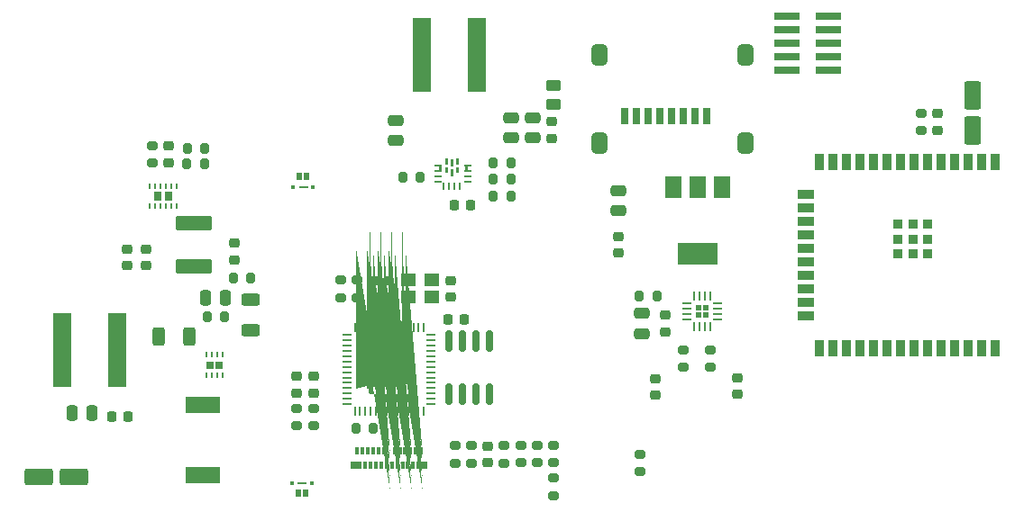
<source format=gbr>
%TF.GenerationSoftware,KiCad,Pcbnew,7.0.9*%
%TF.CreationDate,2024-01-24T14:37:03-05:00*%
%TF.ProjectId,FinalPcbLayout,46696e61-6c50-4636-924c-61796f75742e,rev?*%
%TF.SameCoordinates,Original*%
%TF.FileFunction,Paste,Top*%
%TF.FilePolarity,Positive*%
%FSLAX46Y46*%
G04 Gerber Fmt 4.6, Leading zero omitted, Abs format (unit mm)*
G04 Created by KiCad (PCBNEW 7.0.9) date 2024-01-24 14:37:03*
%MOMM*%
%LPD*%
G01*
G04 APERTURE LIST*
G04 Aperture macros list*
%AMRoundRect*
0 Rectangle with rounded corners*
0 $1 Rounding radius*
0 $2 $3 $4 $5 $6 $7 $8 $9 X,Y pos of 4 corners*
0 Add a 4 corners polygon primitive as box body*
4,1,4,$2,$3,$4,$5,$6,$7,$8,$9,$2,$3,0*
0 Add four circle primitives for the rounded corners*
1,1,$1+$1,$2,$3*
1,1,$1+$1,$4,$5*
1,1,$1+$1,$6,$7*
1,1,$1+$1,$8,$9*
0 Add four rect primitives between the rounded corners*
20,1,$1+$1,$2,$3,$4,$5,0*
20,1,$1+$1,$4,$5,$6,$7,0*
20,1,$1+$1,$6,$7,$8,$9,0*
20,1,$1+$1,$8,$9,$2,$3,0*%
%AMFreePoly0*
4,1,57,0.269062,0.501116,0.276645,0.502317,0.296495,0.492202,0.317682,0.485319,0.322193,0.479109,0.329034,0.475624,0.407846,0.396811,0.411331,0.389971,0.417542,0.385459,0.424425,0.364272,0.434540,0.344423,0.433339,0.336840,0.435711,0.329540,0.435711,-0.329540,0.433339,-0.336840,0.434540,-0.344423,0.424425,-0.364272,0.417542,-0.385459,0.411331,-0.389971,0.407846,-0.396811,
0.329034,-0.475624,0.322193,-0.479109,0.317682,-0.485319,0.296495,-0.492202,0.276645,-0.502317,0.269062,-0.501116,0.261763,-0.503488,-0.261763,-0.503488,-0.269063,-0.501116,-0.276646,-0.502317,-0.296495,-0.492202,-0.317682,-0.485319,-0.322194,-0.479108,-0.329034,-0.475623,-0.407847,-0.396811,-0.411332,-0.389970,-0.417542,-0.385459,-0.424425,-0.364272,-0.434540,-0.344422,-0.433339,-0.336839,
-0.435711,-0.329540,-0.435711,0.329540,-0.433339,0.336839,-0.434540,0.344422,-0.424425,0.364272,-0.417542,0.385459,-0.411332,0.389970,-0.407847,0.396811,-0.329034,0.475623,-0.322194,0.479108,-0.317682,0.485319,-0.296495,0.492202,-0.276646,0.502317,-0.269063,0.501116,-0.261763,0.503488,0.261763,0.503488,0.269062,0.501116,0.269062,0.501116,$1*%
G04 Aperture macros list end*
%ADD10C,0.100000*%
%ADD11RoundRect,0.200000X0.275000X-0.200000X0.275000X0.200000X-0.275000X0.200000X-0.275000X-0.200000X0*%
%ADD12RoundRect,0.200000X-0.275000X0.200000X-0.275000X-0.200000X0.275000X-0.200000X0.275000X0.200000X0*%
%ADD13RoundRect,0.200000X0.200000X0.275000X-0.200000X0.275000X-0.200000X-0.275000X0.200000X-0.275000X0*%
%ADD14R,2.400000X0.740000*%
%ADD15RoundRect,0.225000X0.225000X0.250000X-0.225000X0.250000X-0.225000X-0.250000X0.225000X-0.250000X0*%
%ADD16RoundRect,0.225000X-0.225000X-0.250000X0.225000X-0.250000X0.225000X0.250000X-0.225000X0.250000X0*%
%ADD17R,1.780000X7.000000*%
%ADD18RoundRect,0.200000X-0.200000X-0.275000X0.200000X-0.275000X0.200000X0.275000X-0.200000X0.275000X0*%
%ADD19RoundRect,0.225000X0.250000X-0.225000X0.250000X0.225000X-0.250000X0.225000X-0.250000X-0.225000X0*%
%ADD20RoundRect,0.250000X-1.075000X-0.550000X1.075000X-0.550000X1.075000X0.550000X-1.075000X0.550000X0*%
%ADD21RoundRect,0.145000X-0.145000X0.145000X-0.145000X-0.145000X0.145000X-0.145000X0.145000X0.145000X0*%
%ADD22RoundRect,0.062500X-0.062500X0.375000X-0.062500X-0.375000X0.062500X-0.375000X0.062500X0.375000X0*%
%ADD23RoundRect,0.062500X-0.375000X0.062500X-0.375000X-0.062500X0.375000X-0.062500X0.375000X0.062500X0*%
%ADD24R,1.500000X2.000000*%
%ADD25R,3.800000X2.000000*%
%ADD26R,0.800000X1.500000*%
%ADD27RoundRect,0.362500X0.362500X0.637500X-0.362500X0.637500X-0.362500X-0.637500X0.362500X-0.637500X0*%
%ADD28RoundRect,0.218750X-0.256250X0.218750X-0.256250X-0.218750X0.256250X-0.218750X0.256250X0.218750X0*%
%ADD29RoundRect,0.225000X-0.250000X0.225000X-0.250000X-0.225000X0.250000X-0.225000X0.250000X0.225000X0*%
%ADD30RoundRect,0.250000X0.450000X-0.262500X0.450000X0.262500X-0.450000X0.262500X-0.450000X-0.262500X0*%
%ADD31R,3.200400X1.524000*%
%ADD32RoundRect,0.250000X0.475000X-0.250000X0.475000X0.250000X-0.475000X0.250000X-0.475000X-0.250000X0*%
%ADD33R,0.600000X0.800000*%
%ADD34R,0.350000X0.300000*%
%ADD35R,0.870000X0.235000*%
%ADD36R,0.650000X0.750000*%
%ADD37R,0.250000X0.500000*%
%ADD38RoundRect,0.150000X0.150000X-0.825000X0.150000X0.825000X-0.150000X0.825000X-0.150000X-0.825000X0*%
%ADD39R,1.400000X1.200000*%
%ADD40RoundRect,0.250000X-0.625000X0.312500X-0.625000X-0.312500X0.625000X-0.312500X0.625000X0.312500X0*%
%ADD41RoundRect,0.250000X0.250000X0.475000X-0.250000X0.475000X-0.250000X-0.475000X0.250000X-0.475000X0*%
%ADD42R,0.800000X0.950000*%
%ADD43FreePoly0,180.000000*%
%ADD44RoundRect,0.062500X0.375000X0.062500X-0.375000X0.062500X-0.375000X-0.062500X0.375000X-0.062500X0*%
%ADD45RoundRect,0.062500X0.062500X0.375000X-0.062500X0.375000X-0.062500X-0.375000X0.062500X-0.375000X0*%
%ADD46RoundRect,0.250000X-0.475000X0.250000X-0.475000X-0.250000X0.475000X-0.250000X0.475000X0.250000X0*%
%ADD47RoundRect,0.250000X0.312500X0.625000X-0.312500X0.625000X-0.312500X-0.625000X0.312500X-0.625000X0*%
%ADD48RoundRect,0.050000X0.075000X-0.250000X0.075000X0.250000X-0.075000X0.250000X-0.075000X-0.250000X0*%
%ADD49RoundRect,0.050000X0.250000X0.075000X-0.250000X0.075000X-0.250000X-0.075000X0.250000X-0.075000X0*%
%ADD50RoundRect,0.050000X-0.250000X-0.075000X0.250000X-0.075000X0.250000X0.075000X-0.250000X0.075000X0*%
%ADD51RoundRect,0.250000X-0.550000X1.075000X-0.550000X-1.075000X0.550000X-1.075000X0.550000X1.075000X0*%
%ADD52R,0.300000X0.700000*%
%ADD53R,1.000000X0.700000*%
%ADD54R,0.900000X1.500000*%
%ADD55R,1.500000X0.900000*%
%ADD56R,0.900000X0.900000*%
%ADD57RoundRect,0.249999X1.450001X-0.450001X1.450001X0.450001X-1.450001X0.450001X-1.450001X-0.450001X0*%
G04 APERTURE END LIST*
D10*
%TO.C,U3*%
X130525000Y-95370000D02*
X130675000Y-95370000D01*
X130675000Y-95370000D02*
X130675000Y-94750000D01*
X130675000Y-94750000D02*
X130525000Y-94750000D01*
X130525000Y-94750000D02*
X130525000Y-95370000D01*
G36*
X130525000Y-95370000D02*
G01*
X130675000Y-95370000D01*
X130675000Y-94750000D01*
X130525000Y-94750000D01*
X130525000Y-95370000D01*
G37*
X131025000Y-95050400D02*
X131175000Y-95050400D01*
X131175000Y-95050400D02*
X131175000Y-94575000D01*
X131175000Y-94575000D02*
X131025000Y-94575000D01*
X131025000Y-94575000D02*
X131025000Y-95050400D01*
G36*
X131025000Y-95050400D02*
G01*
X131175000Y-95050400D01*
X131175000Y-94575000D01*
X131025000Y-94575000D01*
X131025000Y-95050400D01*
G37*
X130025000Y-95050000D02*
X130175000Y-95050000D01*
X130175000Y-95050000D02*
X130175000Y-94574600D01*
X130175000Y-94574600D02*
X130025000Y-94574600D01*
X130025000Y-94574600D02*
X130025000Y-95050000D01*
G36*
X130025000Y-95050000D02*
G01*
X130175000Y-95050000D01*
X130175000Y-94574600D01*
X130025000Y-94574600D01*
X130025000Y-95050000D01*
G37*
X129400000Y-94950000D02*
X129550000Y-94950000D01*
X129550000Y-94950000D02*
X129550000Y-94450000D01*
X129550000Y-94450000D02*
X129400000Y-94450000D01*
X129400000Y-94450000D02*
X129400000Y-94950000D01*
G36*
X129400000Y-94950000D02*
G01*
X129550000Y-94950000D01*
X129550000Y-94450000D01*
X129400000Y-94450000D01*
X129400000Y-94950000D01*
G37*
X131850000Y-94950000D02*
X132000000Y-94950000D01*
X132000000Y-94950000D02*
X132000000Y-94450000D01*
X132000000Y-94450000D02*
X131850000Y-94450000D01*
X131850000Y-94450000D02*
X131850000Y-94950000D01*
G36*
X131850000Y-94950000D02*
G01*
X132000000Y-94950000D01*
X132000000Y-94450000D01*
X131850000Y-94450000D01*
X131850000Y-94950000D01*
G37*
X130525000Y-94450000D02*
X130675000Y-94450000D01*
X130675000Y-94450000D02*
X130675000Y-93830000D01*
X130675000Y-93830000D02*
X130525000Y-93830000D01*
X130525000Y-93830000D02*
X130525000Y-94450000D01*
G36*
X130525000Y-94450000D02*
G01*
X130675000Y-94450000D01*
X130675000Y-93830000D01*
X130525000Y-93830000D01*
X130525000Y-94450000D01*
G37*
X131025000Y-94275400D02*
X131175000Y-94275400D01*
X131175000Y-94275400D02*
X131175000Y-93800000D01*
X131175000Y-93800000D02*
X131025000Y-93800000D01*
X131025000Y-93800000D02*
X131025000Y-94275400D01*
G36*
X131025000Y-94275400D02*
G01*
X131175000Y-94275400D01*
X131175000Y-93800000D01*
X131025000Y-93800000D01*
X131025000Y-94275400D01*
G37*
X130025000Y-94275000D02*
X130175000Y-94275000D01*
X130175000Y-94275000D02*
X130175000Y-93799600D01*
X130175000Y-93799600D02*
X130025000Y-93799600D01*
X130025000Y-93799600D02*
X130025000Y-94275000D01*
G36*
X130025000Y-94275000D02*
G01*
X130175000Y-94275000D01*
X130175000Y-93799600D01*
X130025000Y-93799600D01*
X130025000Y-94275000D01*
G37*
%TD*%
D11*
%TO.C,R28*%
X135509000Y-122431400D03*
X135509000Y-120781400D03*
%TD*%
D12*
%TO.C,R22*%
X140106400Y-120743800D03*
X140106400Y-122393800D03*
%TD*%
D13*
%TO.C,R1*%
X111725000Y-105000000D03*
X110075000Y-105000000D03*
%TD*%
D14*
%TO.C,J1*%
X162102800Y-80365600D03*
X166002800Y-80365600D03*
X162102800Y-81635600D03*
X166002800Y-81635600D03*
X162102800Y-82905600D03*
X166002800Y-82905600D03*
X162102800Y-84175600D03*
X166002800Y-84175600D03*
X162102800Y-85445600D03*
X166002800Y-85445600D03*
%TD*%
D11*
%TO.C,R29*%
X174701200Y-91147400D03*
X174701200Y-89497400D03*
%TD*%
D15*
%TO.C,C24*%
X131790097Y-108921100D03*
X130240097Y-108921100D03*
%TD*%
D16*
%TO.C,C8*%
X98625000Y-118100000D03*
X100175000Y-118100000D03*
%TD*%
%TO.C,C17*%
X130800000Y-98150000D03*
X132350000Y-98150000D03*
%TD*%
D17*
%TO.C,L1*%
X94040000Y-111800000D03*
X99200000Y-111800000D03*
%TD*%
D11*
%TO.C,FB2*%
X154838400Y-113436400D03*
X154838400Y-111786400D03*
%TD*%
D18*
%TO.C,R12*%
X134475000Y-95750000D03*
X136125000Y-95750000D03*
%TD*%
D13*
%TO.C,R5*%
X109250000Y-108700000D03*
X107600000Y-108700000D03*
%TD*%
D19*
%TO.C,C3*%
X110200000Y-103300000D03*
X110200000Y-101750000D03*
%TD*%
D20*
%TO.C,C7*%
X91775000Y-123700000D03*
X95125000Y-123700000D03*
%TD*%
D21*
%TO.C,U2*%
X154487200Y-107793200D03*
X153767200Y-107793200D03*
X154487200Y-108513200D03*
X153767200Y-108513200D03*
D22*
X154877200Y-106715700D03*
X154377200Y-106715700D03*
X153877200Y-106715700D03*
X153377200Y-106715700D03*
D23*
X152689700Y-107403200D03*
X152689700Y-107903200D03*
X152689700Y-108403200D03*
X152689700Y-108903200D03*
D22*
X153377200Y-109590700D03*
X153877200Y-109590700D03*
X154377200Y-109590700D03*
X154877200Y-109590700D03*
D23*
X155564700Y-108903200D03*
X155564700Y-108403200D03*
X155564700Y-107903200D03*
X155564700Y-107403200D03*
%TD*%
D11*
%TO.C,R15*%
X140106400Y-125492600D03*
X140106400Y-123842600D03*
%TD*%
D24*
%TO.C,U4*%
X156000000Y-96450000D03*
X153700000Y-96450000D03*
X151400000Y-96450000D03*
D25*
X153700000Y-102750000D03*
%TD*%
D26*
%TO.C,J8*%
X154530000Y-89750000D03*
X153430000Y-89750000D03*
X152330000Y-89750000D03*
X151230000Y-89750000D03*
X150130000Y-89750000D03*
X149030000Y-89750000D03*
X147930000Y-89750000D03*
X146830000Y-89750000D03*
D27*
X158200000Y-92350000D03*
X158200000Y-84050000D03*
X144450000Y-92350000D03*
X144450000Y-84050000D03*
%TD*%
D11*
%TO.C,R16*%
X120142000Y-106849000D03*
X120142000Y-105199000D03*
%TD*%
D12*
%TO.C,R21*%
X132461000Y-120781400D03*
X132461000Y-122431400D03*
%TD*%
D11*
%TO.C,R26*%
X138582400Y-122418200D03*
X138582400Y-120768200D03*
%TD*%
D28*
%TO.C,D2*%
X117602000Y-114291000D03*
X117602000Y-115866000D03*
%TD*%
D29*
%TO.C,C21*%
X124657297Y-105250300D03*
X124657297Y-106800300D03*
%TD*%
D11*
%TO.C,R27*%
X137058400Y-122418200D03*
X137058400Y-120768200D03*
%TD*%
D30*
%TO.C,R25*%
X140157200Y-88709800D03*
X140157200Y-86884800D03*
%TD*%
D31*
%TO.C,D1*%
X107200000Y-123605000D03*
X107200000Y-116995000D03*
%TD*%
D17*
%TO.C,L2*%
X127820000Y-84050000D03*
X132980000Y-84050000D03*
%TD*%
D11*
%TO.C,R20*%
X130937000Y-122431400D03*
X130937000Y-120781400D03*
%TD*%
D32*
%TO.C,C18*%
X136200000Y-91825000D03*
X136200000Y-89925000D03*
%TD*%
D19*
%TO.C,C22*%
X130499297Y-106813300D03*
X130499297Y-105263300D03*
%TD*%
D29*
%TO.C,C13*%
X150650000Y-108525000D03*
X150650000Y-110075000D03*
%TD*%
D11*
%TO.C,R18*%
X117602000Y-118939400D03*
X117602000Y-117289400D03*
%TD*%
D19*
%TO.C,C20*%
X123191897Y-106800500D03*
X123191897Y-105250500D03*
%TD*%
D33*
%TO.C,Q4*%
X116895800Y-125299200D03*
X116195800Y-125299200D03*
D34*
X117470800Y-124324200D03*
D35*
X116505800Y-124324200D03*
D34*
X115620800Y-124324200D03*
%TD*%
D18*
%TO.C,R7*%
X105750000Y-92800000D03*
X107400000Y-92800000D03*
%TD*%
D33*
%TO.C,Q5*%
X116260800Y-95460000D03*
X116960800Y-95460000D03*
D34*
X115685800Y-96435000D03*
D35*
X116650800Y-96435000D03*
D34*
X117535800Y-96435000D03*
%TD*%
D36*
%TO.C,Q1*%
X107900000Y-113200000D03*
X108700000Y-113200000D03*
D37*
X107550000Y-114150000D03*
X108050000Y-114150000D03*
X108550000Y-114150000D03*
X109050000Y-114150000D03*
X109050000Y-112250000D03*
X108550000Y-112250000D03*
X108050000Y-112250000D03*
X107550000Y-112250000D03*
%TD*%
D19*
%TO.C,C1*%
X100100000Y-103850000D03*
X100100000Y-102300000D03*
%TD*%
D11*
%TO.C,FB1*%
X152298400Y-113436400D03*
X152298400Y-111786400D03*
%TD*%
%TO.C,R17*%
X121666000Y-106849000D03*
X121666000Y-105199000D03*
%TD*%
D38*
%TO.C,U7*%
X130303897Y-115931500D03*
X131573897Y-115931500D03*
X132843897Y-115931500D03*
X134113897Y-115931500D03*
X134113897Y-110981500D03*
X132843897Y-110981500D03*
X131573897Y-110981500D03*
X130303897Y-110981500D03*
%TD*%
D18*
%TO.C,R11*%
X134500000Y-97350000D03*
X136150000Y-97350000D03*
%TD*%
D12*
%TO.C,R2*%
X102500000Y-92550000D03*
X102500000Y-94200000D03*
%TD*%
D13*
%TO.C,R6*%
X107350000Y-94300000D03*
X105700000Y-94300000D03*
%TD*%
D39*
%TO.C,Y1*%
X126478297Y-106838300D03*
X128678297Y-106838300D03*
X128678297Y-105238300D03*
X126478297Y-105238300D03*
%TD*%
D40*
%TO.C,R3*%
X111700000Y-107037500D03*
X111700000Y-109962500D03*
%TD*%
D41*
%TO.C,C6*%
X109350000Y-106900000D03*
X107450000Y-106900000D03*
%TD*%
D19*
%TO.C,C15*%
X149700000Y-116075000D03*
X149700000Y-114525000D03*
%TD*%
D12*
%TO.C,R14*%
X148234400Y-121603000D03*
X148234400Y-123253000D03*
%TD*%
D29*
%TO.C,C23*%
X133985000Y-120831400D03*
X133985000Y-122381400D03*
%TD*%
D18*
%TO.C,R8*%
X148225000Y-106700000D03*
X149875000Y-106700000D03*
%TD*%
D19*
%TO.C,C5*%
X101900000Y-103875000D03*
X101900000Y-102325000D03*
%TD*%
D28*
%TO.C,D3*%
X115976400Y-114291100D03*
X115976400Y-115866100D03*
%TD*%
D29*
%TO.C,C2*%
X104000000Y-92600000D03*
X104000000Y-94150000D03*
%TD*%
D18*
%TO.C,R13*%
X126000000Y-95550000D03*
X127650000Y-95550000D03*
%TD*%
D42*
%TO.C,U5*%
X103000000Y-97300000D03*
X104000000Y-97300000D03*
D37*
X102250000Y-98250000D03*
X102750000Y-98250000D03*
X103250000Y-98250000D03*
X103750000Y-98250000D03*
X104250000Y-98250000D03*
X104750000Y-98250000D03*
X104750000Y-96350000D03*
X104250000Y-96350000D03*
X103750000Y-96350000D03*
X103250000Y-96350000D03*
X102750000Y-96350000D03*
X102250000Y-96350000D03*
%TD*%
D43*
%TO.C,U6*%
X126231397Y-115400000D03*
X126231397Y-114225000D03*
X126231397Y-113050000D03*
X126231397Y-111875000D03*
X125231397Y-115400000D03*
X125231397Y-114225000D03*
X125231397Y-113050000D03*
X125231397Y-111875000D03*
X124231397Y-115400000D03*
X124231397Y-114225000D03*
X124231397Y-113050000D03*
X124231397Y-111875000D03*
X123231397Y-115400000D03*
X123231397Y-114225000D03*
X123231397Y-113050000D03*
X123231397Y-111875000D03*
D44*
X128668897Y-116887500D03*
X128668897Y-116387500D03*
X128668897Y-115887500D03*
X128668897Y-115387500D03*
X128668897Y-114887500D03*
X128668897Y-114387500D03*
X128668897Y-113887500D03*
X128668897Y-113387500D03*
X128668897Y-112887500D03*
X128668897Y-112387500D03*
X128668897Y-111887500D03*
X128668897Y-111387500D03*
X128668897Y-110887500D03*
X128668897Y-110387500D03*
D45*
X127981397Y-109700000D03*
X127481397Y-109700000D03*
X126981397Y-109700000D03*
X126481397Y-109700000D03*
X125981397Y-109700000D03*
X125481397Y-109700000D03*
X124981397Y-109700000D03*
X124481397Y-109700000D03*
X123981397Y-109700000D03*
X123481397Y-109700000D03*
X122981397Y-109700000D03*
X122481397Y-109700000D03*
X121981397Y-109700000D03*
X121481397Y-109700000D03*
D44*
X120793897Y-110387500D03*
X120793897Y-110887500D03*
X120793897Y-111387500D03*
X120793897Y-111887500D03*
X120793897Y-112387500D03*
X120793897Y-112887500D03*
X120793897Y-113387500D03*
X120793897Y-113887500D03*
X120793897Y-114387500D03*
X120793897Y-114887500D03*
X120793897Y-115387500D03*
X120793897Y-115887500D03*
X120793897Y-116387500D03*
X120793897Y-116887500D03*
D45*
X121481397Y-117575000D03*
X121981397Y-117575000D03*
X122481397Y-117575000D03*
X122981397Y-117575000D03*
X123481397Y-117575000D03*
X123981397Y-117575000D03*
X124481397Y-117575000D03*
X124981397Y-117575000D03*
X125481397Y-117575000D03*
X125981397Y-117575000D03*
X126481397Y-117575000D03*
X126981397Y-117575000D03*
X127481397Y-117575000D03*
X127981397Y-117575000D03*
%TD*%
D19*
%TO.C,C14*%
X157429200Y-115976400D03*
X157429200Y-114426400D03*
%TD*%
%TO.C,C26*%
X176225200Y-91110400D03*
X176225200Y-89560400D03*
%TD*%
D46*
%TO.C,C12*%
X148477200Y-108340700D03*
X148477200Y-110240700D03*
%TD*%
D11*
%TO.C,R19*%
X115976400Y-118939400D03*
X115976400Y-117289400D03*
%TD*%
D13*
%TO.C,R10*%
X136150000Y-94150000D03*
X134500000Y-94150000D03*
%TD*%
D47*
%TO.C,R4*%
X105962500Y-110500000D03*
X103037500Y-110500000D03*
%TD*%
D13*
%TO.C,R9*%
X123214400Y-119193400D03*
X121564400Y-119193400D03*
%TD*%
D29*
%TO.C,C11*%
X146200000Y-101125000D03*
X146200000Y-102675000D03*
%TD*%
D41*
%TO.C,C9*%
X96800000Y-117700000D03*
X94900000Y-117700000D03*
%TD*%
D32*
%TO.C,C16*%
X125300000Y-92075000D03*
X125300000Y-90175000D03*
%TD*%
D46*
%TO.C,C10*%
X146200000Y-96800000D03*
X146200000Y-98700000D03*
%TD*%
D28*
%TO.C,D7*%
X139954000Y-90313700D03*
X139954000Y-91888700D03*
%TD*%
D48*
%TO.C,U3*%
X129850000Y-96350000D03*
X130350000Y-96350000D03*
X130850000Y-96350000D03*
X131350000Y-96350000D03*
D49*
X132100000Y-95950000D03*
X132100000Y-95450000D03*
X132100000Y-94950000D03*
X132100000Y-94450000D03*
D50*
X129300000Y-94450000D03*
X129300000Y-94950000D03*
X129300000Y-95450000D03*
X129300000Y-95950000D03*
%TD*%
D32*
%TO.C,C19*%
X138226800Y-91848000D03*
X138226800Y-89948000D03*
%TD*%
D51*
%TO.C,C25*%
X179500000Y-87825000D03*
X179500000Y-91175000D03*
%TD*%
D52*
%TO.C,J5*%
X121714000Y-121312400D03*
X122214000Y-121312400D03*
X122714000Y-121312400D03*
X123214000Y-121312400D03*
X123714000Y-121312400D03*
X124214000Y-121312400D03*
X125214000Y-121312400D03*
X125714000Y-121312400D03*
X126214000Y-121312400D03*
X126714000Y-121312400D03*
X127214000Y-121312400D03*
X127714000Y-121312400D03*
D53*
X127814000Y-122612400D03*
D52*
X126964000Y-122612400D03*
X126464000Y-122612400D03*
X125964000Y-122612400D03*
X125464000Y-122612400D03*
X124964000Y-122612400D03*
X124464000Y-122612400D03*
X123964000Y-122612400D03*
X123464000Y-122612400D03*
X122964000Y-122612400D03*
X122464000Y-122612400D03*
D53*
X121614000Y-122612400D03*
%TD*%
D54*
%TO.C,U1*%
X181610000Y-94120000D03*
X180340000Y-94120000D03*
X179070000Y-94120000D03*
X177800000Y-94120000D03*
X176530000Y-94120000D03*
X175260000Y-94120000D03*
X173990000Y-94120000D03*
X172720000Y-94120000D03*
X171450000Y-94120000D03*
X170180000Y-94120000D03*
X168910000Y-94120000D03*
X167640000Y-94120000D03*
X166370000Y-94120000D03*
X165100000Y-94120000D03*
D55*
X163850000Y-97150000D03*
X163850000Y-98420000D03*
X163850000Y-99690000D03*
X163850000Y-100960000D03*
X163850000Y-102230000D03*
X163850000Y-103500000D03*
X163850000Y-104770000D03*
X163850000Y-106040000D03*
X163850000Y-107310000D03*
X163850000Y-108580000D03*
D54*
X165100000Y-111620000D03*
X166370000Y-111620000D03*
X167640000Y-111620000D03*
X168910000Y-111620000D03*
X170180000Y-111620000D03*
X171450000Y-111620000D03*
X172720000Y-111620000D03*
X173990000Y-111620000D03*
X175260000Y-111620000D03*
X176530000Y-111620000D03*
X177800000Y-111620000D03*
X179070000Y-111620000D03*
X180340000Y-111620000D03*
X181610000Y-111620000D03*
D56*
X175290000Y-99970000D03*
X175290000Y-99970000D03*
X173890000Y-99970000D03*
X172490000Y-99970000D03*
X172490000Y-99970000D03*
X175290000Y-101370000D03*
X173890000Y-101370000D03*
X172490000Y-101370000D03*
X172490000Y-101370000D03*
X175290000Y-102770000D03*
X173890000Y-102770000D03*
X172490000Y-102770000D03*
%TD*%
D57*
%TO.C,C4*%
X106400000Y-103950000D03*
X106400000Y-99850000D03*
%TD*%
M02*

</source>
